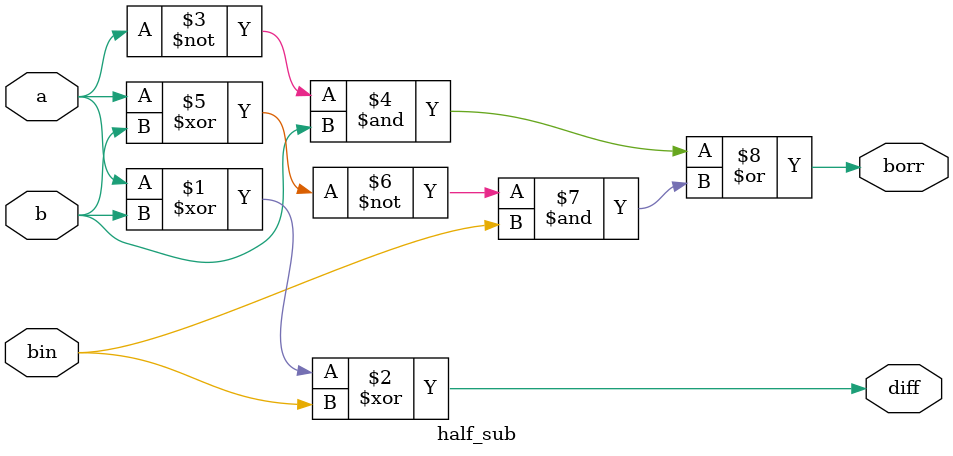
<source format=v>

module half_sub (a,b,bin,diff,borr);
	input a,b, bin;
	output diff, borr;  
	
		assign diff = a^b^bin;
		assign borr = ((~a)&b)|((~(a^b))&bin);

endmodule
/*

// Behavioral modeling
module half_sub (a,b,bin,diff,borr);
	input a,b, bin;
	output reg diff, borr; 
	
	always@(a,b,bin)
		begin
		diff = a^b^bin;
		borr = ((~a)&b)|((~(a^b))&bin);
		end
endmodule

// Structural / Gate-level modeling
module half_sub (a,b,bin,diff,bout);
	input a,b,bin;
	output diff, bout; 
	wire inv_a, x_ab, xn_ab, and_bixnab, and_inab;
	
	not not_a (inv_a,a),
	    not_xab (xn_ab,x_ab);
	
	xor xor_ab (x_ab,a,b),
	    xor_abbi (diff,x_ab,bin);	
	
	and and_nab (and_inab,inv_a,b),
	    and_nabi (and_bixnab,xn_ab,bin); 
	 
	or or_bo (bout,and_inab,and_bixnab);
	
endmodule
*/	


</source>
